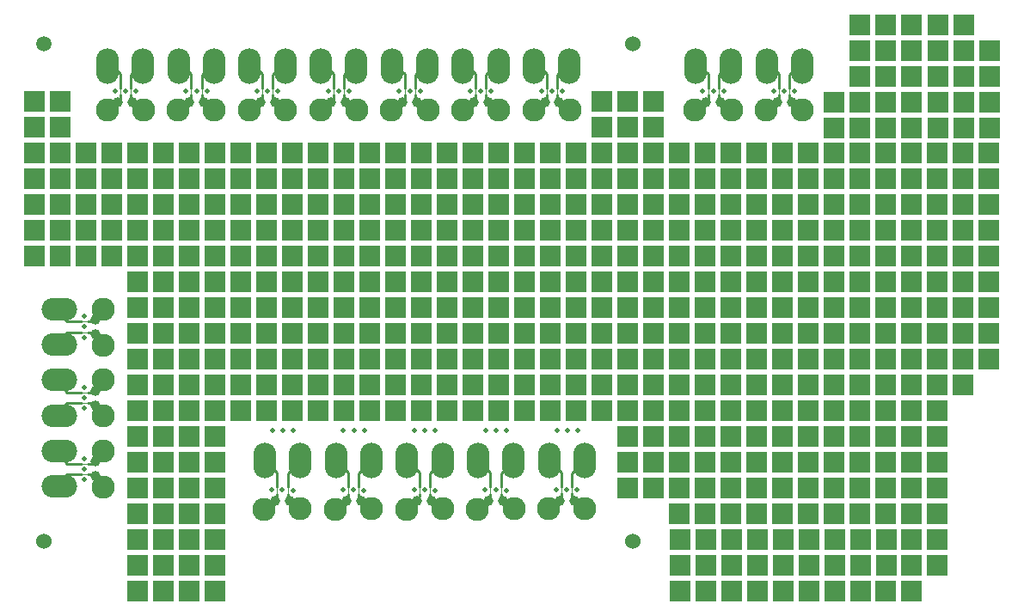
<source format=gtl>
G04*
G04 #@! TF.GenerationSoftware,Altium Limited,Altium Designer,18.0.7 (293)*
G04*
G04 Layer_Physical_Order=1*
G04 Layer_Color=255*
%FSLAX25Y25*%
%MOIN*%
G70*
G01*
G75*
%ADD10C,0.01000*%
%ADD20C,0.00425*%
%ADD21R,0.08000X0.08000*%
%ADD22R,0.08000X0.08000*%
%ADD23C,0.02000*%
%ADD24C,0.09000*%
%ADD25O,0.08858X0.13780*%
%ADD26O,0.13780X0.08858*%
%ADD27C,0.06000*%
%ADD28O,0.05906X0.06000*%
%ADD29C,0.03937*%
D10*
X729675Y237037D02*
X734737Y242100D01*
X730013Y255938D02*
X734737Y251213D01*
Y245587D02*
Y251213D01*
Y242100D02*
Y243112D01*
X738788Y250965D02*
X743726Y255903D01*
X738788Y245587D02*
Y250965D01*
Y242107D02*
Y243112D01*
Y242107D02*
X743744Y237150D01*
X702112Y236925D02*
X707175Y241987D01*
X702450Y255825D02*
X707175Y251100D01*
Y245475D02*
Y251100D01*
Y241987D02*
Y243000D01*
X711225Y250852D02*
X716163Y255791D01*
X711225Y245475D02*
Y250852D01*
Y241994D02*
Y243000D01*
Y241994D02*
X716182Y237037D01*
X674550Y236925D02*
X679612Y241987D01*
X674888Y255825D02*
X679612Y251100D01*
Y245475D02*
Y251100D01*
Y241987D02*
Y243000D01*
X683663Y250852D02*
X688601Y255791D01*
X683663Y245475D02*
Y250852D01*
Y241994D02*
Y243000D01*
Y241994D02*
X688619Y237037D01*
X646987Y236925D02*
X652050Y241987D01*
X647325Y255825D02*
X652050Y251100D01*
Y245475D02*
Y251100D01*
Y241987D02*
Y243000D01*
X656100Y250852D02*
X661038Y255791D01*
X656100Y245475D02*
Y250852D01*
Y241994D02*
Y243000D01*
Y241994D02*
X661057Y237037D01*
X619425Y236925D02*
X624487Y241987D01*
X619763Y255825D02*
X624487Y251100D01*
Y245475D02*
Y251100D01*
Y241987D02*
Y243000D01*
X628538Y250852D02*
X633476Y255791D01*
X628538Y245475D02*
Y250852D01*
Y241994D02*
Y243000D01*
Y241994D02*
X633494Y237037D01*
X823162Y396794D02*
Y397800D01*
Y400275D02*
Y405652D01*
X828101Y410591D01*
X819112Y396788D02*
Y397800D01*
Y400275D02*
Y405900D01*
X814388Y410625D02*
X819112Y405900D01*
Y395775D02*
Y396788D01*
X818325Y394988D02*
X819112Y395775D01*
X823162Y396225D02*
Y396794D01*
Y396225D02*
X824063Y395325D01*
X795600Y396794D02*
Y397800D01*
Y400275D02*
Y405652D01*
X800539Y410591D01*
X791550Y396788D02*
Y397800D01*
Y400275D02*
Y405900D01*
X786825Y410625D02*
X791550Y405900D01*
Y395775D02*
Y396788D01*
X790763Y394988D02*
X791550Y395775D01*
X795600Y396225D02*
Y396794D01*
Y396225D02*
X796500Y395325D01*
X733050Y396794D02*
Y397800D01*
Y400275D02*
Y405652D01*
X737989Y410591D01*
X729000Y396788D02*
Y397800D01*
Y400275D02*
Y405900D01*
X724275Y410625D02*
X729000Y405900D01*
Y395775D02*
Y396788D01*
X728212Y394988D02*
X729000Y395775D01*
X733050Y396225D02*
Y396794D01*
Y396225D02*
X733950Y395325D01*
X705487Y396794D02*
Y397800D01*
Y400275D02*
Y405652D01*
X710426Y410591D01*
X701438Y396788D02*
Y397800D01*
Y400275D02*
Y405900D01*
X696712Y410625D02*
X701438Y405900D01*
Y395775D02*
Y396788D01*
X700650Y394988D02*
X701438Y395775D01*
X705487Y396225D02*
Y396794D01*
Y396225D02*
X706388Y395325D01*
X677925Y396794D02*
Y397800D01*
Y400275D02*
Y405652D01*
X682864Y410591D01*
X673875Y396788D02*
Y397800D01*
Y400275D02*
Y405900D01*
X669150Y410625D02*
X673875Y405900D01*
Y395775D02*
Y396788D01*
X673088Y394988D02*
X673875Y395775D01*
X677925Y396225D02*
Y396794D01*
Y396225D02*
X678825Y395325D01*
X650362Y396794D02*
Y397800D01*
Y400275D02*
Y405652D01*
X655301Y410591D01*
X646313Y396788D02*
Y397800D01*
Y400275D02*
Y405900D01*
X641587Y410625D02*
X646313Y405900D01*
Y395775D02*
Y396788D01*
X645525Y394988D02*
X646313Y395775D01*
X650362Y396225D02*
Y396794D01*
Y396225D02*
X651263Y395325D01*
X622800Y396794D02*
Y397800D01*
Y400275D02*
Y405652D01*
X627739Y410591D01*
X618750Y396788D02*
Y397800D01*
Y400275D02*
Y405900D01*
X614025Y410625D02*
X618750Y405900D01*
Y395775D02*
Y396788D01*
X617963Y394988D02*
X618750Y395775D01*
X622800Y396225D02*
Y396794D01*
Y396225D02*
X623700Y395325D01*
X595237Y396794D02*
Y397800D01*
Y400275D02*
Y405652D01*
X600176Y410591D01*
X591187Y396788D02*
Y397800D01*
Y400275D02*
Y405900D01*
X586462Y410625D02*
X591187Y405900D01*
Y395775D02*
Y396788D01*
X590400Y394988D02*
X591187Y395775D01*
X595237Y396225D02*
Y396794D01*
Y396225D02*
X596138Y395325D01*
X567675Y396794D02*
Y397800D01*
Y400275D02*
Y405652D01*
X572613Y410591D01*
X563625Y396788D02*
Y397800D01*
Y400275D02*
Y405900D01*
X558900Y410625D02*
X563625Y405900D01*
Y395775D02*
Y396788D01*
X562838Y394988D02*
X563625Y395775D01*
X567675Y396225D02*
Y396794D01*
Y396225D02*
X568575Y395325D01*
X551025Y309713D02*
X552031D01*
X543173D02*
X548550D01*
X538234Y314651D02*
X543173Y309713D01*
X551025Y305662D02*
X552037D01*
X542925D02*
X548550D01*
X538200Y300938D02*
X542925Y305662D01*
X552037D02*
X553050D01*
X553837Y304875D01*
X552031Y309713D02*
X552600D01*
X553500Y310613D01*
X551025Y282150D02*
X552031D01*
X543173D02*
X548550D01*
X538234Y287088D02*
X543173Y282150D01*
X551025Y278100D02*
X552037D01*
X542925D02*
X548550D01*
X538200Y273375D02*
X542925Y278100D01*
X552037D02*
X553050D01*
X553837Y277312D01*
X552031Y282150D02*
X552600D01*
X553500Y283050D01*
X552600Y254588D02*
X553500Y255487D01*
X552031Y254588D02*
X552600D01*
X553050Y250537D02*
X553837Y249750D01*
X552037Y250537D02*
X553050D01*
X538200Y245813D02*
X542925Y250537D01*
X548550D01*
X551025D02*
X552037D01*
X538234Y259526D02*
X543173Y254588D01*
X548550D01*
X551025D02*
X552031D01*
D20*
X734737Y243225D02*
Y245587D01*
X738788Y243225D02*
Y245587D01*
Y243112D02*
Y243225D01*
X707175Y243112D02*
Y245475D01*
X711225Y243112D02*
Y245475D01*
Y243000D02*
Y243112D01*
X679612D02*
Y245475D01*
X683663Y243112D02*
Y245475D01*
Y243000D02*
Y243112D01*
X652050D02*
Y245475D01*
X656100Y243112D02*
Y245475D01*
Y243000D02*
Y243112D01*
X624487D02*
Y245475D01*
X628538Y243112D02*
Y245475D01*
Y243000D02*
Y243112D01*
X823162Y397913D02*
Y400275D01*
X819112Y397913D02*
Y400275D01*
X795600Y397913D02*
Y400275D01*
X791550Y397913D02*
Y400275D01*
X733050Y397913D02*
Y400275D01*
X729000Y397913D02*
Y400275D01*
X705487Y397913D02*
Y400275D01*
X701438Y397913D02*
Y400275D01*
X677925Y397913D02*
Y400275D01*
X673875Y397913D02*
Y400275D01*
X650362Y397913D02*
Y400275D01*
X646313Y397913D02*
Y400275D01*
X622800Y397913D02*
Y400275D01*
X618750Y397913D02*
Y400275D01*
X595237Y397913D02*
Y400275D01*
X591187Y397913D02*
Y400275D01*
X567675Y397913D02*
Y400275D01*
X563625Y397913D02*
Y400275D01*
X548550Y309713D02*
X550913D01*
X548550Y305662D02*
X550913D01*
X548550Y282150D02*
X550913D01*
X548550Y278100D02*
X550913D01*
X548550Y250537D02*
X550913D01*
X548550Y254588D02*
X550913D01*
D21*
X840512Y305275D02*
D03*
X870525Y424925D02*
D03*
Y414925D02*
D03*
Y404925D02*
D03*
X850525Y384925D02*
D03*
X840525D02*
D03*
X850525Y404925D02*
D03*
X840525Y394925D02*
D03*
X850525Y414925D02*
D03*
Y424925D02*
D03*
X860525Y404925D02*
D03*
Y414925D02*
D03*
Y424925D02*
D03*
X900537Y414925D02*
D03*
Y394925D02*
D03*
Y404925D02*
D03*
X880538D02*
D03*
X890537D02*
D03*
X880538Y414925D02*
D03*
X890537D02*
D03*
Y424925D02*
D03*
X880538D02*
D03*
X900537Y384925D02*
D03*
X880538Y384850D02*
D03*
X890537D02*
D03*
X880538Y394850D02*
D03*
X890537D02*
D03*
X850525D02*
D03*
X860525Y384850D02*
D03*
Y394850D02*
D03*
X870525D02*
D03*
Y384850D02*
D03*
X860513Y205200D02*
D03*
X880525Y255200D02*
D03*
X870525D02*
D03*
Y205200D02*
D03*
Y225200D02*
D03*
X880525D02*
D03*
Y215200D02*
D03*
X870525D02*
D03*
Y235200D02*
D03*
X880525D02*
D03*
Y245200D02*
D03*
X870525D02*
D03*
X900525Y295275D02*
D03*
Y305275D02*
D03*
Y325275D02*
D03*
Y315275D02*
D03*
Y335275D02*
D03*
Y345275D02*
D03*
Y375275D02*
D03*
Y355275D02*
D03*
Y365275D02*
D03*
X870525Y305275D02*
D03*
X880525D02*
D03*
Y295275D02*
D03*
X870525D02*
D03*
Y275275D02*
D03*
X880525D02*
D03*
Y285275D02*
D03*
X870525D02*
D03*
X890525D02*
D03*
Y295275D02*
D03*
Y305275D02*
D03*
X880525Y265275D02*
D03*
X870525D02*
D03*
Y345275D02*
D03*
X880525D02*
D03*
Y335275D02*
D03*
X870525D02*
D03*
Y315275D02*
D03*
X880525D02*
D03*
Y325275D02*
D03*
X870525D02*
D03*
X890525D02*
D03*
Y315275D02*
D03*
Y335275D02*
D03*
Y345275D02*
D03*
Y375275D02*
D03*
Y355275D02*
D03*
Y365275D02*
D03*
X870525D02*
D03*
X880525D02*
D03*
Y355275D02*
D03*
X870525D02*
D03*
Y375275D02*
D03*
X880525D02*
D03*
X580513D02*
D03*
X570512D02*
D03*
Y355275D02*
D03*
X580513D02*
D03*
Y365275D02*
D03*
X570512D02*
D03*
X590513D02*
D03*
X600513D02*
D03*
Y355275D02*
D03*
X590513D02*
D03*
Y375275D02*
D03*
X600513D02*
D03*
X640513D02*
D03*
X630513D02*
D03*
Y355275D02*
D03*
X640513D02*
D03*
Y365275D02*
D03*
X630513D02*
D03*
X610512D02*
D03*
X620512D02*
D03*
Y355275D02*
D03*
X610512D02*
D03*
Y375275D02*
D03*
X620512D02*
D03*
X610512Y345275D02*
D03*
X620512D02*
D03*
Y335275D02*
D03*
X610512D02*
D03*
Y315275D02*
D03*
X620512D02*
D03*
Y325275D02*
D03*
X610512D02*
D03*
X630513D02*
D03*
X640513D02*
D03*
Y315275D02*
D03*
X630513D02*
D03*
Y335275D02*
D03*
X640513D02*
D03*
Y345275D02*
D03*
X630513D02*
D03*
X590513D02*
D03*
X600513D02*
D03*
Y335275D02*
D03*
X590513D02*
D03*
Y315275D02*
D03*
X600513D02*
D03*
Y325275D02*
D03*
X590513D02*
D03*
X570512D02*
D03*
X580513D02*
D03*
Y315275D02*
D03*
X570512D02*
D03*
Y335275D02*
D03*
X580513D02*
D03*
Y345275D02*
D03*
X570512D02*
D03*
X650513D02*
D03*
X660512D02*
D03*
Y335275D02*
D03*
X650513D02*
D03*
Y315275D02*
D03*
X660512D02*
D03*
Y325275D02*
D03*
X650513D02*
D03*
X670512D02*
D03*
X680513D02*
D03*
Y315275D02*
D03*
X670512D02*
D03*
Y335275D02*
D03*
X680513D02*
D03*
Y345275D02*
D03*
X670512D02*
D03*
X710512D02*
D03*
X720512D02*
D03*
Y335275D02*
D03*
X710512D02*
D03*
Y315275D02*
D03*
X720512D02*
D03*
Y325275D02*
D03*
X710512D02*
D03*
X690513D02*
D03*
X700513D02*
D03*
Y315275D02*
D03*
X690513D02*
D03*
Y335275D02*
D03*
X700513D02*
D03*
Y345275D02*
D03*
X690513D02*
D03*
X700513Y375275D02*
D03*
X690513D02*
D03*
Y355275D02*
D03*
X700513D02*
D03*
Y365275D02*
D03*
X690513D02*
D03*
X710512D02*
D03*
X720512D02*
D03*
Y355275D02*
D03*
X710512D02*
D03*
Y375275D02*
D03*
X720512D02*
D03*
X680513D02*
D03*
X670512D02*
D03*
Y355275D02*
D03*
X680513D02*
D03*
Y365275D02*
D03*
X670512D02*
D03*
X650513D02*
D03*
X660512D02*
D03*
Y355275D02*
D03*
X650513D02*
D03*
Y375275D02*
D03*
X660512D02*
D03*
X820512D02*
D03*
X810513D02*
D03*
Y355275D02*
D03*
X820512D02*
D03*
Y365275D02*
D03*
X810513D02*
D03*
X830513D02*
D03*
X840512D02*
D03*
Y355275D02*
D03*
X830513D02*
D03*
Y375275D02*
D03*
X840512D02*
D03*
X850513Y365275D02*
D03*
Y355275D02*
D03*
Y375275D02*
D03*
Y345275D02*
D03*
Y335275D02*
D03*
Y315275D02*
D03*
Y325275D02*
D03*
X830513Y345275D02*
D03*
X840512D02*
D03*
Y335275D02*
D03*
X830513D02*
D03*
Y315275D02*
D03*
X840512D02*
D03*
Y325275D02*
D03*
X830513D02*
D03*
X810513D02*
D03*
X820512D02*
D03*
Y315275D02*
D03*
X810513D02*
D03*
Y335275D02*
D03*
X820512D02*
D03*
Y345275D02*
D03*
X810513D02*
D03*
X730513D02*
D03*
X740513D02*
D03*
Y335275D02*
D03*
X730513D02*
D03*
Y315275D02*
D03*
X740513D02*
D03*
Y325275D02*
D03*
X730513D02*
D03*
X750513D02*
D03*
X760512D02*
D03*
Y315275D02*
D03*
X750513D02*
D03*
Y335275D02*
D03*
X760512D02*
D03*
Y345275D02*
D03*
X750513D02*
D03*
X790513D02*
D03*
X800513D02*
D03*
Y335275D02*
D03*
X790513D02*
D03*
Y315275D02*
D03*
X800513D02*
D03*
Y325275D02*
D03*
X790513D02*
D03*
X770512D02*
D03*
X780513D02*
D03*
Y315275D02*
D03*
X770512D02*
D03*
Y335275D02*
D03*
X780513D02*
D03*
Y345275D02*
D03*
X770512D02*
D03*
Y355275D02*
D03*
X780513D02*
D03*
Y365275D02*
D03*
X770512D02*
D03*
X790513D02*
D03*
X800513D02*
D03*
Y355275D02*
D03*
X790513D02*
D03*
Y375275D02*
D03*
X800513D02*
D03*
X750513Y355275D02*
D03*
X760512D02*
D03*
Y365275D02*
D03*
X750513D02*
D03*
X730513D02*
D03*
X740513D02*
D03*
Y355275D02*
D03*
X730513D02*
D03*
Y375275D02*
D03*
X740513D02*
D03*
X730513Y305275D02*
D03*
X740513D02*
D03*
Y295275D02*
D03*
X730513D02*
D03*
Y275275D02*
D03*
X740513D02*
D03*
Y285275D02*
D03*
X730513D02*
D03*
X750513D02*
D03*
X760512D02*
D03*
Y275275D02*
D03*
X750513D02*
D03*
Y295275D02*
D03*
X760512D02*
D03*
Y305275D02*
D03*
X750513D02*
D03*
X790513D02*
D03*
X800513D02*
D03*
Y295275D02*
D03*
X790513D02*
D03*
Y275275D02*
D03*
X800513D02*
D03*
Y285275D02*
D03*
X790513D02*
D03*
X770512D02*
D03*
X780513D02*
D03*
Y275275D02*
D03*
X770512D02*
D03*
Y295275D02*
D03*
X780513D02*
D03*
Y305275D02*
D03*
X770512D02*
D03*
Y265275D02*
D03*
X780513D02*
D03*
Y255275D02*
D03*
X770512D02*
D03*
X780513Y235275D02*
D03*
Y245275D02*
D03*
X770512D02*
D03*
X790513D02*
D03*
X800513D02*
D03*
Y235275D02*
D03*
X790513D02*
D03*
Y255275D02*
D03*
X800513D02*
D03*
Y265275D02*
D03*
X790513D02*
D03*
X760512D02*
D03*
Y255275D02*
D03*
Y245275D02*
D03*
X810513Y265275D02*
D03*
X820512D02*
D03*
Y255275D02*
D03*
X810513D02*
D03*
Y235275D02*
D03*
X820512D02*
D03*
Y245275D02*
D03*
X810513D02*
D03*
X830513D02*
D03*
X840512D02*
D03*
Y235275D02*
D03*
X830513D02*
D03*
Y255275D02*
D03*
X840512D02*
D03*
Y265275D02*
D03*
X830513D02*
D03*
X850513Y245275D02*
D03*
X860513D02*
D03*
Y235275D02*
D03*
X850513D02*
D03*
Y255275D02*
D03*
X860513D02*
D03*
X850513Y265275D02*
D03*
Y305275D02*
D03*
Y295275D02*
D03*
Y275275D02*
D03*
Y285275D02*
D03*
X830513Y305275D02*
D03*
X840512Y295275D02*
D03*
X830513D02*
D03*
Y275275D02*
D03*
X840512D02*
D03*
Y285275D02*
D03*
X830513D02*
D03*
X810513D02*
D03*
X820512D02*
D03*
Y275275D02*
D03*
X810513D02*
D03*
Y295275D02*
D03*
X820512D02*
D03*
Y305275D02*
D03*
X810513D02*
D03*
X650513D02*
D03*
X660512D02*
D03*
Y295275D02*
D03*
X650513D02*
D03*
Y275275D02*
D03*
X660512D02*
D03*
Y285275D02*
D03*
X650513D02*
D03*
X670512D02*
D03*
X680513D02*
D03*
Y275275D02*
D03*
X670512D02*
D03*
Y295275D02*
D03*
X680513D02*
D03*
Y305275D02*
D03*
X670512D02*
D03*
X710512D02*
D03*
X720512D02*
D03*
Y295275D02*
D03*
X710512D02*
D03*
Y275275D02*
D03*
X720512D02*
D03*
Y285275D02*
D03*
X710512D02*
D03*
X690513D02*
D03*
X700513D02*
D03*
Y275275D02*
D03*
X690513D02*
D03*
Y295275D02*
D03*
X700513D02*
D03*
Y305275D02*
D03*
X690513D02*
D03*
X570512Y265275D02*
D03*
X580513D02*
D03*
Y255275D02*
D03*
X570512D02*
D03*
Y235275D02*
D03*
X580513D02*
D03*
Y245275D02*
D03*
X570512D02*
D03*
X590513D02*
D03*
X600513D02*
D03*
Y235275D02*
D03*
X590513D02*
D03*
Y255275D02*
D03*
X600513D02*
D03*
Y265275D02*
D03*
X590513D02*
D03*
X610512Y305275D02*
D03*
X620512D02*
D03*
Y295275D02*
D03*
X610512D02*
D03*
Y275275D02*
D03*
X620512D02*
D03*
Y285275D02*
D03*
X610512D02*
D03*
X630513D02*
D03*
X640513D02*
D03*
Y275275D02*
D03*
X630513D02*
D03*
Y295275D02*
D03*
X640513D02*
D03*
Y305275D02*
D03*
X630513D02*
D03*
X590513D02*
D03*
X600513D02*
D03*
Y295275D02*
D03*
X590513D02*
D03*
Y275275D02*
D03*
X600513D02*
D03*
Y285275D02*
D03*
X590513D02*
D03*
X570512D02*
D03*
X580513D02*
D03*
Y275275D02*
D03*
X570512D02*
D03*
Y295275D02*
D03*
X580513D02*
D03*
Y305275D02*
D03*
X570512D02*
D03*
X550488Y345225D02*
D03*
X560488D02*
D03*
Y335225D02*
D03*
X550488D02*
D03*
X530487D02*
D03*
X540487D02*
D03*
Y345225D02*
D03*
X530487D02*
D03*
Y375225D02*
D03*
Y355225D02*
D03*
X540487D02*
D03*
Y365225D02*
D03*
X530487D02*
D03*
X550488D02*
D03*
X560488D02*
D03*
Y355225D02*
D03*
X550488D02*
D03*
Y375225D02*
D03*
X560488D02*
D03*
X850537Y225213D02*
D03*
X860538D02*
D03*
Y215212D02*
D03*
X850537D02*
D03*
Y205212D02*
D03*
X830538Y225213D02*
D03*
X840537D02*
D03*
Y215212D02*
D03*
X830538D02*
D03*
X840537Y205212D02*
D03*
X830538D02*
D03*
X810538D02*
D03*
X820537D02*
D03*
X810538Y215212D02*
D03*
X820537D02*
D03*
Y225213D02*
D03*
X810538D02*
D03*
X790538D02*
D03*
X800537D02*
D03*
Y215212D02*
D03*
X790538D02*
D03*
X800537Y205212D02*
D03*
X790538D02*
D03*
X780538D02*
D03*
Y215212D02*
D03*
Y225213D02*
D03*
X570500Y225325D02*
D03*
Y215325D02*
D03*
Y205325D02*
D03*
X580500D02*
D03*
X590500D02*
D03*
X580500Y215325D02*
D03*
X590500D02*
D03*
Y225325D02*
D03*
X580500D02*
D03*
X600500D02*
D03*
Y215325D02*
D03*
Y205325D02*
D03*
X750513Y385275D02*
D03*
X760512D02*
D03*
Y375275D02*
D03*
X750513D02*
D03*
Y395275D02*
D03*
X760512D02*
D03*
X770512Y385275D02*
D03*
X780513Y375275D02*
D03*
X770512D02*
D03*
Y395275D02*
D03*
X860513Y285275D02*
D03*
Y275275D02*
D03*
Y295275D02*
D03*
Y305275D02*
D03*
Y325275D02*
D03*
Y315275D02*
D03*
Y335275D02*
D03*
Y345275D02*
D03*
Y375275D02*
D03*
Y355275D02*
D03*
Y365275D02*
D03*
Y265275D02*
D03*
D22*
X530487Y385225D02*
D03*
X540487D02*
D03*
Y375225D02*
D03*
X530487Y395225D02*
D03*
X540487D02*
D03*
D23*
X732713Y244462D02*
D03*
X736763D02*
D03*
X740853Y244429D02*
D03*
X740987Y267536D02*
D03*
X736937D02*
D03*
X732887D02*
D03*
X705150Y244350D02*
D03*
X709200D02*
D03*
X713291Y244317D02*
D03*
X713424Y267423D02*
D03*
X709374D02*
D03*
X705324D02*
D03*
X677588Y244350D02*
D03*
X681637D02*
D03*
X685728Y244317D02*
D03*
X685862Y267423D02*
D03*
X681812D02*
D03*
X677762D02*
D03*
X650025Y244350D02*
D03*
X654075D02*
D03*
X658166Y244317D02*
D03*
X658299Y267423D02*
D03*
X654249D02*
D03*
X650199D02*
D03*
X622463Y244350D02*
D03*
X626512D02*
D03*
X630603Y244317D02*
D03*
X630737Y267423D02*
D03*
X626687D02*
D03*
X622637D02*
D03*
X825194Y399038D02*
D03*
X821144D02*
D03*
X817094D02*
D03*
X797632D02*
D03*
X793582D02*
D03*
X789532D02*
D03*
X735082D02*
D03*
X731032D02*
D03*
X726982D02*
D03*
X707519D02*
D03*
X703469D02*
D03*
X699419D02*
D03*
X679957D02*
D03*
X675907D02*
D03*
X671857D02*
D03*
X652394D02*
D03*
X648344D02*
D03*
X644294D02*
D03*
X624832D02*
D03*
X620782D02*
D03*
X616732D02*
D03*
X597269D02*
D03*
X593219D02*
D03*
X589169D02*
D03*
X569707D02*
D03*
X565657D02*
D03*
X561607D02*
D03*
X549788Y311744D02*
D03*
Y307694D02*
D03*
Y303644D02*
D03*
Y284182D02*
D03*
Y280132D02*
D03*
Y276082D02*
D03*
Y248519D02*
D03*
Y252569D02*
D03*
Y256619D02*
D03*
D24*
X743778Y237229D02*
D03*
X729716Y237117D02*
D03*
X716216D02*
D03*
X702153Y237004D02*
D03*
X688653Y237117D02*
D03*
X674591Y237004D02*
D03*
X661091Y237117D02*
D03*
X647028Y237004D02*
D03*
X633528Y237117D02*
D03*
X619466Y237004D02*
D03*
X814057Y391725D02*
D03*
X828119Y391838D02*
D03*
X786494Y391725D02*
D03*
X800557Y391838D02*
D03*
X723944Y391725D02*
D03*
X738007Y391838D02*
D03*
X696382Y391725D02*
D03*
X710444Y391838D02*
D03*
X668819Y391725D02*
D03*
X682882Y391838D02*
D03*
X641257Y391725D02*
D03*
X655319Y391838D02*
D03*
X613694Y391725D02*
D03*
X627757Y391838D02*
D03*
X586132Y391725D02*
D03*
X600194Y391838D02*
D03*
X558569Y391725D02*
D03*
X572632Y391838D02*
D03*
X557100Y300607D02*
D03*
X556987Y314669D02*
D03*
X557100Y273044D02*
D03*
X556987Y287107D02*
D03*
Y259544D02*
D03*
X557100Y245482D02*
D03*
D25*
X661047Y255938D02*
D03*
X647267D02*
D03*
X633488D02*
D03*
X619708D02*
D03*
X696523Y408976D02*
D03*
X710303D02*
D03*
X613846D02*
D03*
X627626D02*
D03*
X668964D02*
D03*
X682744D02*
D03*
X586287D02*
D03*
X600067D02*
D03*
X814240D02*
D03*
X828020D02*
D03*
X743724Y255938D02*
D03*
X729944D02*
D03*
X641405Y408976D02*
D03*
X655185D02*
D03*
X558728D02*
D03*
X572508D02*
D03*
X688607Y255938D02*
D03*
X674827D02*
D03*
X716166D02*
D03*
X702386D02*
D03*
X724083Y408976D02*
D03*
X737862D02*
D03*
X786681D02*
D03*
X800460D02*
D03*
D26*
X539886Y245697D02*
D03*
Y259477D02*
D03*
Y300816D02*
D03*
Y314595D02*
D03*
Y273256D02*
D03*
Y287036D02*
D03*
D27*
X762271Y417351D02*
D03*
Y224437D02*
D03*
X533925D02*
D03*
D28*
Y417351D02*
D03*
D29*
X739616Y240267D02*
D03*
X733991D02*
D03*
X712053Y240154D02*
D03*
X706428D02*
D03*
X684491D02*
D03*
X678866D02*
D03*
X656928D02*
D03*
X651303D02*
D03*
X629366D02*
D03*
X623741D02*
D03*
X818332Y394875D02*
D03*
X823957D02*
D03*
X790769D02*
D03*
X796394D02*
D03*
X728219D02*
D03*
X733844D02*
D03*
X700657D02*
D03*
X706282D02*
D03*
X673094D02*
D03*
X678719D02*
D03*
X645532D02*
D03*
X651157D02*
D03*
X617969D02*
D03*
X623594D02*
D03*
X590407D02*
D03*
X596032D02*
D03*
X562844D02*
D03*
X568469D02*
D03*
X553950Y304882D02*
D03*
Y310507D02*
D03*
Y277319D02*
D03*
Y282944D02*
D03*
Y255382D02*
D03*
Y249757D02*
D03*
M02*

</source>
